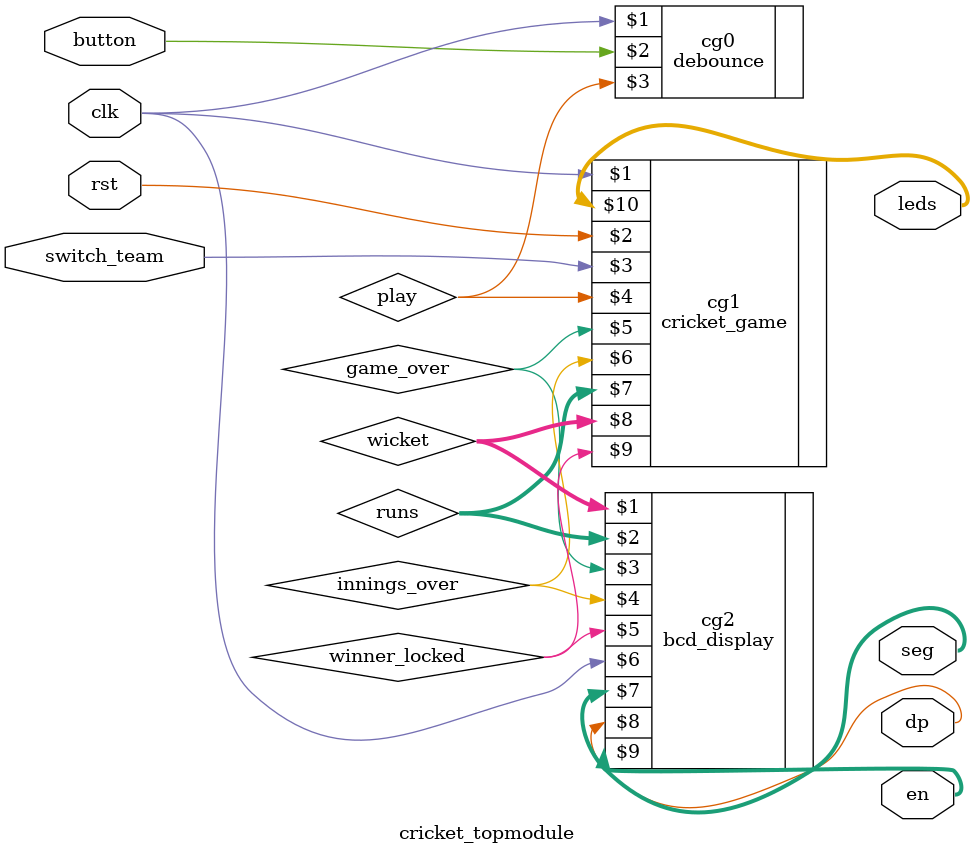
<source format=v>
`timescale 1ns / 1ps


module cricket_topmodule(
    input clk,
    input rst,
    input switch_team,
    input button,
    output [6:0] seg,
    output [3:0] en,
    output dp,
    output [15:0] leds
    );
    wire play,game_over,innings_over,winner_locked;
    wire [7:0] runs;
    wire [3:0] wicket;
    debounce cg0(clk,button,play);
    cricket_game cg1(clk,rst,switch_team,play,game_over,innings_over,runs,wicket,winner_locked,leds);
    bcd_display cg2(wicket,runs, game_over, innings_over, winner_locked,clk,seg, dp, en );
    
endmodule

</source>
